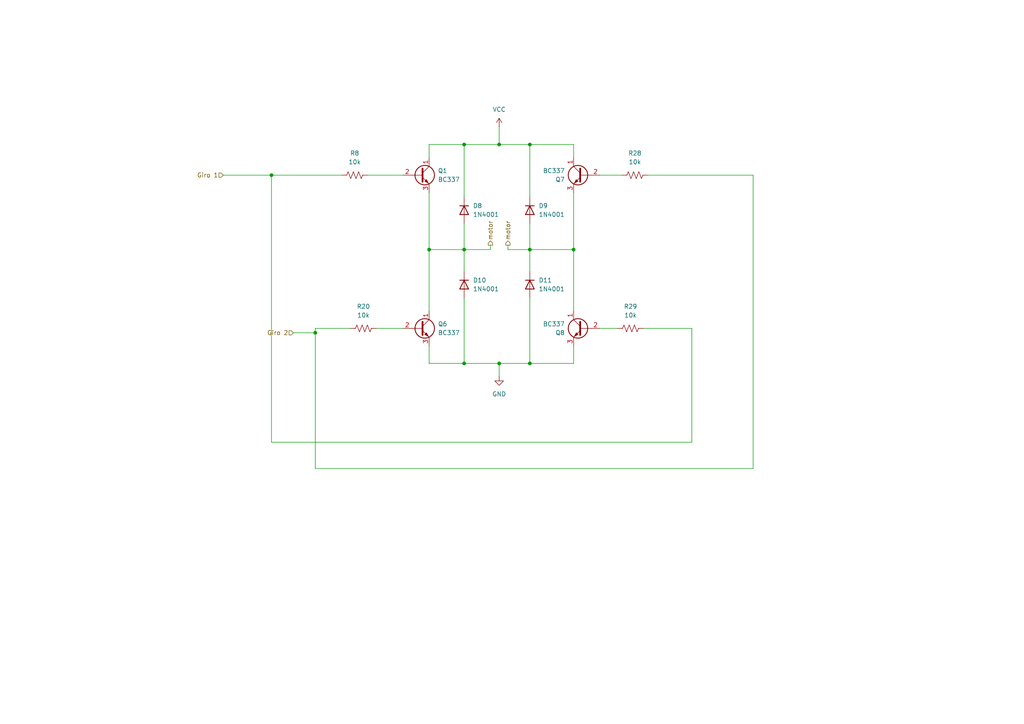
<source format=kicad_sch>
(kicad_sch
	(version 20250114)
	(generator "eeschema")
	(generator_version "9.0")
	(uuid "7c375469-1198-40e1-a3f7-fc5d13088afe")
	(paper "A4")
	(lib_symbols
		(symbol "Device:R_US"
			(pin_numbers
				(hide yes)
			)
			(pin_names
				(offset 0)
			)
			(exclude_from_sim no)
			(in_bom yes)
			(on_board yes)
			(property "Reference" "R"
				(at 2.54 0 90)
				(effects
					(font
						(size 1.27 1.27)
					)
				)
			)
			(property "Value" "R_US"
				(at -2.54 0 90)
				(effects
					(font
						(size 1.27 1.27)
					)
				)
			)
			(property "Footprint" ""
				(at 1.016 -0.254 90)
				(effects
					(font
						(size 1.27 1.27)
					)
					(hide yes)
				)
			)
			(property "Datasheet" "~"
				(at 0 0 0)
				(effects
					(font
						(size 1.27 1.27)
					)
					(hide yes)
				)
			)
			(property "Description" "Resistor, US symbol"
				(at 0 0 0)
				(effects
					(font
						(size 1.27 1.27)
					)
					(hide yes)
				)
			)
			(property "ki_keywords" "R res resistor"
				(at 0 0 0)
				(effects
					(font
						(size 1.27 1.27)
					)
					(hide yes)
				)
			)
			(property "ki_fp_filters" "R_*"
				(at 0 0 0)
				(effects
					(font
						(size 1.27 1.27)
					)
					(hide yes)
				)
			)
			(symbol "R_US_0_1"
				(polyline
					(pts
						(xy 0 2.286) (xy 0 2.54)
					)
					(stroke
						(width 0)
						(type default)
					)
					(fill
						(type none)
					)
				)
				(polyline
					(pts
						(xy 0 2.286) (xy 1.016 1.905) (xy 0 1.524) (xy -1.016 1.143) (xy 0 0.762)
					)
					(stroke
						(width 0)
						(type default)
					)
					(fill
						(type none)
					)
				)
				(polyline
					(pts
						(xy 0 0.762) (xy 1.016 0.381) (xy 0 0) (xy -1.016 -0.381) (xy 0 -0.762)
					)
					(stroke
						(width 0)
						(type default)
					)
					(fill
						(type none)
					)
				)
				(polyline
					(pts
						(xy 0 -0.762) (xy 1.016 -1.143) (xy 0 -1.524) (xy -1.016 -1.905) (xy 0 -2.286)
					)
					(stroke
						(width 0)
						(type default)
					)
					(fill
						(type none)
					)
				)
				(polyline
					(pts
						(xy 0 -2.286) (xy 0 -2.54)
					)
					(stroke
						(width 0)
						(type default)
					)
					(fill
						(type none)
					)
				)
			)
			(symbol "R_US_1_1"
				(pin passive line
					(at 0 3.81 270)
					(length 1.27)
					(name "~"
						(effects
							(font
								(size 1.27 1.27)
							)
						)
					)
					(number "1"
						(effects
							(font
								(size 1.27 1.27)
							)
						)
					)
				)
				(pin passive line
					(at 0 -3.81 90)
					(length 1.27)
					(name "~"
						(effects
							(font
								(size 1.27 1.27)
							)
						)
					)
					(number "2"
						(effects
							(font
								(size 1.27 1.27)
							)
						)
					)
				)
			)
			(embedded_fonts no)
		)
		(symbol "Diode:1N4001"
			(pin_numbers
				(hide yes)
			)
			(pin_names
				(hide yes)
			)
			(exclude_from_sim no)
			(in_bom yes)
			(on_board yes)
			(property "Reference" "D"
				(at 0 2.54 0)
				(effects
					(font
						(size 1.27 1.27)
					)
				)
			)
			(property "Value" "1N4001"
				(at 0 -2.54 0)
				(effects
					(font
						(size 1.27 1.27)
					)
				)
			)
			(property "Footprint" "Diode_THT:D_DO-41_SOD81_P10.16mm_Horizontal"
				(at 0 0 0)
				(effects
					(font
						(size 1.27 1.27)
					)
					(hide yes)
				)
			)
			(property "Datasheet" "http://www.vishay.com/docs/88503/1n4001.pdf"
				(at 0 0 0)
				(effects
					(font
						(size 1.27 1.27)
					)
					(hide yes)
				)
			)
			(property "Description" "50V 1A General Purpose Rectifier Diode, DO-41"
				(at 0 0 0)
				(effects
					(font
						(size 1.27 1.27)
					)
					(hide yes)
				)
			)
			(property "Sim.Device" "D"
				(at 0 0 0)
				(effects
					(font
						(size 1.27 1.27)
					)
					(hide yes)
				)
			)
			(property "Sim.Pins" "1=K 2=A"
				(at 0 0 0)
				(effects
					(font
						(size 1.27 1.27)
					)
					(hide yes)
				)
			)
			(property "ki_keywords" "diode"
				(at 0 0 0)
				(effects
					(font
						(size 1.27 1.27)
					)
					(hide yes)
				)
			)
			(property "ki_fp_filters" "D*DO?41*"
				(at 0 0 0)
				(effects
					(font
						(size 1.27 1.27)
					)
					(hide yes)
				)
			)
			(symbol "1N4001_0_1"
				(polyline
					(pts
						(xy -1.27 1.27) (xy -1.27 -1.27)
					)
					(stroke
						(width 0.254)
						(type default)
					)
					(fill
						(type none)
					)
				)
				(polyline
					(pts
						(xy 1.27 1.27) (xy 1.27 -1.27) (xy -1.27 0) (xy 1.27 1.27)
					)
					(stroke
						(width 0.254)
						(type default)
					)
					(fill
						(type none)
					)
				)
				(polyline
					(pts
						(xy 1.27 0) (xy -1.27 0)
					)
					(stroke
						(width 0)
						(type default)
					)
					(fill
						(type none)
					)
				)
			)
			(symbol "1N4001_1_1"
				(pin passive line
					(at -3.81 0 0)
					(length 2.54)
					(name "K"
						(effects
							(font
								(size 1.27 1.27)
							)
						)
					)
					(number "1"
						(effects
							(font
								(size 1.27 1.27)
							)
						)
					)
				)
				(pin passive line
					(at 3.81 0 180)
					(length 2.54)
					(name "A"
						(effects
							(font
								(size 1.27 1.27)
							)
						)
					)
					(number "2"
						(effects
							(font
								(size 1.27 1.27)
							)
						)
					)
				)
			)
			(embedded_fonts no)
		)
		(symbol "Transistor_BJT:BC337"
			(pin_names
				(offset 0)
				(hide yes)
			)
			(exclude_from_sim no)
			(in_bom yes)
			(on_board yes)
			(property "Reference" "Q"
				(at 5.08 1.905 0)
				(effects
					(font
						(size 1.27 1.27)
					)
					(justify left)
				)
			)
			(property "Value" "BC337"
				(at 5.08 0 0)
				(effects
					(font
						(size 1.27 1.27)
					)
					(justify left)
				)
			)
			(property "Footprint" "Package_TO_SOT_THT:TO-92_Inline"
				(at 5.08 -1.905 0)
				(effects
					(font
						(size 1.27 1.27)
						(italic yes)
					)
					(justify left)
					(hide yes)
				)
			)
			(property "Datasheet" "https://diotec.com/tl_files/diotec/files/pdf/datasheets/bc337.pdf"
				(at 0 0 0)
				(effects
					(font
						(size 1.27 1.27)
					)
					(justify left)
					(hide yes)
				)
			)
			(property "Description" "0.8A Ic, 45V Vce, NPN Transistor, TO-92"
				(at 0 0 0)
				(effects
					(font
						(size 1.27 1.27)
					)
					(hide yes)
				)
			)
			(property "ki_keywords" "NPN Transistor"
				(at 0 0 0)
				(effects
					(font
						(size 1.27 1.27)
					)
					(hide yes)
				)
			)
			(property "ki_fp_filters" "TO?92*"
				(at 0 0 0)
				(effects
					(font
						(size 1.27 1.27)
					)
					(hide yes)
				)
			)
			(symbol "BC337_0_1"
				(polyline
					(pts
						(xy -2.54 0) (xy 0.635 0)
					)
					(stroke
						(width 0)
						(type default)
					)
					(fill
						(type none)
					)
				)
				(polyline
					(pts
						(xy 0.635 1.905) (xy 0.635 -1.905)
					)
					(stroke
						(width 0.508)
						(type default)
					)
					(fill
						(type none)
					)
				)
				(circle
					(center 1.27 0)
					(radius 2.8194)
					(stroke
						(width 0.254)
						(type default)
					)
					(fill
						(type none)
					)
				)
			)
			(symbol "BC337_1_1"
				(polyline
					(pts
						(xy 0.635 0.635) (xy 2.54 2.54)
					)
					(stroke
						(width 0)
						(type default)
					)
					(fill
						(type none)
					)
				)
				(polyline
					(pts
						(xy 0.635 -0.635) (xy 2.54 -2.54)
					)
					(stroke
						(width 0)
						(type default)
					)
					(fill
						(type none)
					)
				)
				(polyline
					(pts
						(xy 1.27 -1.778) (xy 1.778 -1.27) (xy 2.286 -2.286) (xy 1.27 -1.778)
					)
					(stroke
						(width 0)
						(type default)
					)
					(fill
						(type outline)
					)
				)
				(pin input line
					(at -5.08 0 0)
					(length 2.54)
					(name "B"
						(effects
							(font
								(size 1.27 1.27)
							)
						)
					)
					(number "2"
						(effects
							(font
								(size 1.27 1.27)
							)
						)
					)
				)
				(pin passive line
					(at 2.54 5.08 270)
					(length 2.54)
					(name "C"
						(effects
							(font
								(size 1.27 1.27)
							)
						)
					)
					(number "1"
						(effects
							(font
								(size 1.27 1.27)
							)
						)
					)
				)
				(pin passive line
					(at 2.54 -5.08 90)
					(length 2.54)
					(name "E"
						(effects
							(font
								(size 1.27 1.27)
							)
						)
					)
					(number "3"
						(effects
							(font
								(size 1.27 1.27)
							)
						)
					)
				)
			)
			(embedded_fonts no)
		)
		(symbol "power:GND"
			(power)
			(pin_numbers
				(hide yes)
			)
			(pin_names
				(offset 0)
				(hide yes)
			)
			(exclude_from_sim no)
			(in_bom yes)
			(on_board yes)
			(property "Reference" "#PWR"
				(at 0 -6.35 0)
				(effects
					(font
						(size 1.27 1.27)
					)
					(hide yes)
				)
			)
			(property "Value" "GND"
				(at 0 -3.81 0)
				(effects
					(font
						(size 1.27 1.27)
					)
				)
			)
			(property "Footprint" ""
				(at 0 0 0)
				(effects
					(font
						(size 1.27 1.27)
					)
					(hide yes)
				)
			)
			(property "Datasheet" ""
				(at 0 0 0)
				(effects
					(font
						(size 1.27 1.27)
					)
					(hide yes)
				)
			)
			(property "Description" "Power symbol creates a global label with name \"GND\" , ground"
				(at 0 0 0)
				(effects
					(font
						(size 1.27 1.27)
					)
					(hide yes)
				)
			)
			(property "ki_keywords" "global power"
				(at 0 0 0)
				(effects
					(font
						(size 1.27 1.27)
					)
					(hide yes)
				)
			)
			(symbol "GND_0_1"
				(polyline
					(pts
						(xy 0 0) (xy 0 -1.27) (xy 1.27 -1.27) (xy 0 -2.54) (xy -1.27 -1.27) (xy 0 -1.27)
					)
					(stroke
						(width 0)
						(type default)
					)
					(fill
						(type none)
					)
				)
			)
			(symbol "GND_1_1"
				(pin power_in line
					(at 0 0 270)
					(length 0)
					(name "~"
						(effects
							(font
								(size 1.27 1.27)
							)
						)
					)
					(number "1"
						(effects
							(font
								(size 1.27 1.27)
							)
						)
					)
				)
			)
			(embedded_fonts no)
		)
		(symbol "power:VCC"
			(power)
			(pin_numbers
				(hide yes)
			)
			(pin_names
				(offset 0)
				(hide yes)
			)
			(exclude_from_sim no)
			(in_bom yes)
			(on_board yes)
			(property "Reference" "#PWR"
				(at 0 -3.81 0)
				(effects
					(font
						(size 1.27 1.27)
					)
					(hide yes)
				)
			)
			(property "Value" "VCC"
				(at 0 3.556 0)
				(effects
					(font
						(size 1.27 1.27)
					)
				)
			)
			(property "Footprint" ""
				(at 0 0 0)
				(effects
					(font
						(size 1.27 1.27)
					)
					(hide yes)
				)
			)
			(property "Datasheet" ""
				(at 0 0 0)
				(effects
					(font
						(size 1.27 1.27)
					)
					(hide yes)
				)
			)
			(property "Description" "Power symbol creates a global label with name \"VCC\""
				(at 0 0 0)
				(effects
					(font
						(size 1.27 1.27)
					)
					(hide yes)
				)
			)
			(property "ki_keywords" "global power"
				(at 0 0 0)
				(effects
					(font
						(size 1.27 1.27)
					)
					(hide yes)
				)
			)
			(symbol "VCC_0_1"
				(polyline
					(pts
						(xy -0.762 1.27) (xy 0 2.54)
					)
					(stroke
						(width 0)
						(type default)
					)
					(fill
						(type none)
					)
				)
				(polyline
					(pts
						(xy 0 2.54) (xy 0.762 1.27)
					)
					(stroke
						(width 0)
						(type default)
					)
					(fill
						(type none)
					)
				)
				(polyline
					(pts
						(xy 0 0) (xy 0 2.54)
					)
					(stroke
						(width 0)
						(type default)
					)
					(fill
						(type none)
					)
				)
			)
			(symbol "VCC_1_1"
				(pin power_in line
					(at 0 0 90)
					(length 0)
					(name "~"
						(effects
							(font
								(size 1.27 1.27)
							)
						)
					)
					(number "1"
						(effects
							(font
								(size 1.27 1.27)
							)
						)
					)
				)
			)
			(embedded_fonts no)
		)
	)
	(junction
		(at 124.46 72.39)
		(diameter 0)
		(color 0 0 0 0)
		(uuid "051214f0-2d85-4b7d-a535-44fd16f773b2")
	)
	(junction
		(at 153.67 41.91)
		(diameter 0)
		(color 0 0 0 0)
		(uuid "2eda50c6-eab0-4fc7-bd39-0357a196ea36")
	)
	(junction
		(at 153.67 72.39)
		(diameter 0)
		(color 0 0 0 0)
		(uuid "3ff07725-9cef-45c5-9894-390c054990bf")
	)
	(junction
		(at 134.62 41.91)
		(diameter 0)
		(color 0 0 0 0)
		(uuid "491408f1-f38a-4971-9e7d-74a2e407b13e")
	)
	(junction
		(at 153.67 105.41)
		(diameter 0)
		(color 0 0 0 0)
		(uuid "8c8b9230-90bc-4464-974f-8d50e1b16fd6")
	)
	(junction
		(at 134.62 105.41)
		(diameter 0)
		(color 0 0 0 0)
		(uuid "93ee0f4e-5a19-40df-9b29-49108d6bfd6d")
	)
	(junction
		(at 91.44 96.52)
		(diameter 0)
		(color 0 0 0 0)
		(uuid "96a4327a-4574-410e-9abb-ab158348d813")
	)
	(junction
		(at 134.62 72.39)
		(diameter 0)
		(color 0 0 0 0)
		(uuid "9dfe4967-41cd-4450-8a78-7e0c124b62bf")
	)
	(junction
		(at 144.78 41.91)
		(diameter 0)
		(color 0 0 0 0)
		(uuid "ad0f73cd-7b46-436d-9065-5226aa04c908")
	)
	(junction
		(at 166.37 72.39)
		(diameter 0)
		(color 0 0 0 0)
		(uuid "c33c7bcf-578f-4a2f-9e00-d2e31641f055")
	)
	(junction
		(at 78.74 50.8)
		(diameter 0)
		(color 0 0 0 0)
		(uuid "c6b70cda-df02-4971-9087-7d4ff958bde1")
	)
	(junction
		(at 144.78 105.41)
		(diameter 0)
		(color 0 0 0 0)
		(uuid "daad1976-b03e-41a9-b003-e4be5d5017af")
	)
	(wire
		(pts
			(xy 99.06 50.8) (xy 78.74 50.8)
		)
		(stroke
			(width 0)
			(type default)
		)
		(uuid "0784484b-e2aa-47b4-8444-68ff408f0f86")
	)
	(wire
		(pts
			(xy 124.46 105.41) (xy 124.46 100.33)
		)
		(stroke
			(width 0)
			(type default)
		)
		(uuid "0dae9167-51eb-4c63-b99d-d0476dfb3ee2")
	)
	(wire
		(pts
			(xy 109.22 95.25) (xy 116.84 95.25)
		)
		(stroke
			(width 0)
			(type default)
		)
		(uuid "0e1344dd-d7fb-4ec0-9f5e-d111e8ea6b2b")
	)
	(wire
		(pts
			(xy 144.78 105.41) (xy 153.67 105.41)
		)
		(stroke
			(width 0)
			(type default)
		)
		(uuid "0f23c7ca-a1d2-4d52-b847-231ffa2f2455")
	)
	(wire
		(pts
			(xy 124.46 41.91) (xy 134.62 41.91)
		)
		(stroke
			(width 0)
			(type default)
		)
		(uuid "0f39a305-7b96-4d5d-9e1a-13c772cd44a1")
	)
	(wire
		(pts
			(xy 101.6 95.25) (xy 91.44 95.25)
		)
		(stroke
			(width 0)
			(type default)
		)
		(uuid "1b3d20ea-bfa3-4462-98bb-71297adde065")
	)
	(wire
		(pts
			(xy 144.78 105.41) (xy 144.78 109.22)
		)
		(stroke
			(width 0)
			(type default)
		)
		(uuid "1db07ea5-b3cd-4642-982e-66dbb5592d85")
	)
	(wire
		(pts
			(xy 124.46 45.72) (xy 124.46 41.91)
		)
		(stroke
			(width 0)
			(type default)
		)
		(uuid "1de4abbe-7422-421d-8814-03b44851388e")
	)
	(wire
		(pts
			(xy 134.62 41.91) (xy 144.78 41.91)
		)
		(stroke
			(width 0)
			(type default)
		)
		(uuid "27390c6a-bb20-474f-990a-3193102aac9e")
	)
	(wire
		(pts
			(xy 64.77 50.8) (xy 78.74 50.8)
		)
		(stroke
			(width 0)
			(type default)
		)
		(uuid "2ac31657-2d5b-4f48-95d5-b6ca092489d3")
	)
	(wire
		(pts
			(xy 147.32 71.12) (xy 147.32 72.39)
		)
		(stroke
			(width 0)
			(type default)
		)
		(uuid "35979037-af52-4481-82af-116162467d94")
	)
	(wire
		(pts
			(xy 153.67 105.41) (xy 166.37 105.41)
		)
		(stroke
			(width 0)
			(type default)
		)
		(uuid "3fd722cb-2a1d-4446-9530-a0abb4c4137a")
	)
	(wire
		(pts
			(xy 153.67 41.91) (xy 166.37 41.91)
		)
		(stroke
			(width 0)
			(type default)
		)
		(uuid "44354d95-f169-4e4a-86da-49777ea728f4")
	)
	(wire
		(pts
			(xy 85.09 96.52) (xy 91.44 96.52)
		)
		(stroke
			(width 0)
			(type default)
		)
		(uuid "47699ff0-242d-4d16-b119-90ad201d8dc7")
	)
	(wire
		(pts
			(xy 134.62 72.39) (xy 142.24 72.39)
		)
		(stroke
			(width 0)
			(type default)
		)
		(uuid "4b3ffc4c-34e9-40bb-b4c8-0e5dc49e6cff")
	)
	(wire
		(pts
			(xy 91.44 95.25) (xy 91.44 96.52)
		)
		(stroke
			(width 0)
			(type default)
		)
		(uuid "5047a9b8-c23d-483b-95f2-85f092741f6a")
	)
	(wire
		(pts
			(xy 166.37 105.41) (xy 166.37 100.33)
		)
		(stroke
			(width 0)
			(type default)
		)
		(uuid "58f33340-723a-4745-8a0e-8d2d5fac7bd4")
	)
	(wire
		(pts
			(xy 134.62 72.39) (xy 124.46 72.39)
		)
		(stroke
			(width 0)
			(type default)
		)
		(uuid "5aa16512-86f3-41cb-a58d-94c6fa7e3e11")
	)
	(wire
		(pts
			(xy 106.68 50.8) (xy 116.84 50.8)
		)
		(stroke
			(width 0)
			(type default)
		)
		(uuid "6621c00d-8b99-4460-b568-c0869aef87c2")
	)
	(wire
		(pts
			(xy 153.67 72.39) (xy 166.37 72.39)
		)
		(stroke
			(width 0)
			(type default)
		)
		(uuid "6c3efbfa-67a9-42c4-87cf-773f744ecdce")
	)
	(wire
		(pts
			(xy 124.46 72.39) (xy 124.46 90.17)
		)
		(stroke
			(width 0)
			(type default)
		)
		(uuid "6c940865-8906-42e5-a291-90ecbf80014e")
	)
	(wire
		(pts
			(xy 134.62 86.36) (xy 134.62 105.41)
		)
		(stroke
			(width 0)
			(type default)
		)
		(uuid "6e30e4cf-6055-4902-adc9-d05ab298b23d")
	)
	(wire
		(pts
			(xy 134.62 72.39) (xy 134.62 78.74)
		)
		(stroke
			(width 0)
			(type default)
		)
		(uuid "707450d7-ef23-4a79-bb9c-7dd37426db55")
	)
	(wire
		(pts
			(xy 142.24 71.12) (xy 142.24 72.39)
		)
		(stroke
			(width 0)
			(type default)
		)
		(uuid "74578de5-16f5-4fa4-9468-503e39f8d401")
	)
	(wire
		(pts
			(xy 134.62 105.41) (xy 144.78 105.41)
		)
		(stroke
			(width 0)
			(type default)
		)
		(uuid "74add486-1e47-4157-a38d-177320a19cb4")
	)
	(wire
		(pts
			(xy 124.46 55.88) (xy 124.46 72.39)
		)
		(stroke
			(width 0)
			(type default)
		)
		(uuid "7609ecb4-a547-4c31-b8da-d4ff48beb752")
	)
	(wire
		(pts
			(xy 144.78 41.91) (xy 153.67 41.91)
		)
		(stroke
			(width 0)
			(type default)
		)
		(uuid "77bc80f6-ee4d-4b10-9205-c449a8dd55f4")
	)
	(wire
		(pts
			(xy 153.67 86.36) (xy 153.67 105.41)
		)
		(stroke
			(width 0)
			(type default)
		)
		(uuid "79b6287f-b9d1-4380-a3d2-9990b3956e72")
	)
	(wire
		(pts
			(xy 153.67 64.77) (xy 153.67 72.39)
		)
		(stroke
			(width 0)
			(type default)
		)
		(uuid "7a2a1d58-fa69-4ab0-a0ee-1df722234e66")
	)
	(wire
		(pts
			(xy 134.62 41.91) (xy 134.62 57.15)
		)
		(stroke
			(width 0)
			(type default)
		)
		(uuid "7aa79f34-289f-49ac-a714-d056eda1c916")
	)
	(wire
		(pts
			(xy 147.32 72.39) (xy 153.67 72.39)
		)
		(stroke
			(width 0)
			(type default)
		)
		(uuid "7beb93bc-e23c-4ae0-bc7c-219886bdcc4d")
	)
	(wire
		(pts
			(xy 153.67 57.15) (xy 153.67 41.91)
		)
		(stroke
			(width 0)
			(type default)
		)
		(uuid "87492572-6ce4-41d1-9b8e-53fc7cd9f6dd")
	)
	(wire
		(pts
			(xy 134.62 105.41) (xy 124.46 105.41)
		)
		(stroke
			(width 0)
			(type default)
		)
		(uuid "923a68e4-fe6e-48ac-8190-aee9508934cb")
	)
	(wire
		(pts
			(xy 166.37 55.88) (xy 166.37 72.39)
		)
		(stroke
			(width 0)
			(type default)
		)
		(uuid "9278717d-e742-4017-8fd9-0061b6eae18f")
	)
	(wire
		(pts
			(xy 187.96 50.8) (xy 218.44 50.8)
		)
		(stroke
			(width 0)
			(type default)
		)
		(uuid "96045bf2-b6da-452f-b344-a75e4ad47b25")
	)
	(wire
		(pts
			(xy 200.66 128.27) (xy 200.66 95.25)
		)
		(stroke
			(width 0)
			(type default)
		)
		(uuid "9b5db3d7-8bfa-4d9c-8fa2-d76ebdf1c5d4")
	)
	(wire
		(pts
			(xy 78.74 50.8) (xy 78.74 128.27)
		)
		(stroke
			(width 0)
			(type default)
		)
		(uuid "a102dc82-d4cb-45f6-bca5-bb83a744921f")
	)
	(wire
		(pts
			(xy 91.44 96.52) (xy 91.44 135.89)
		)
		(stroke
			(width 0)
			(type default)
		)
		(uuid "a73c2edc-74e6-4baf-ab13-c81cb2849a5f")
	)
	(wire
		(pts
			(xy 173.99 50.8) (xy 180.34 50.8)
		)
		(stroke
			(width 0)
			(type default)
		)
		(uuid "aa28ce8f-295b-4ed7-b6c5-c021c0a42592")
	)
	(wire
		(pts
			(xy 153.67 72.39) (xy 153.67 78.74)
		)
		(stroke
			(width 0)
			(type default)
		)
		(uuid "b1ca6306-ab0b-4ee8-b104-a33b2f923537")
	)
	(wire
		(pts
			(xy 91.44 135.89) (xy 218.44 135.89)
		)
		(stroke
			(width 0)
			(type default)
		)
		(uuid "bd2b8b3d-ba19-41b9-aa36-789ba10efed8")
	)
	(wire
		(pts
			(xy 200.66 95.25) (xy 186.69 95.25)
		)
		(stroke
			(width 0)
			(type default)
		)
		(uuid "c244b6f1-aae4-49f6-a003-27908d992092")
	)
	(wire
		(pts
			(xy 134.62 64.77) (xy 134.62 72.39)
		)
		(stroke
			(width 0)
			(type default)
		)
		(uuid "c6da2107-2082-4621-bb28-e146325d39c7")
	)
	(wire
		(pts
			(xy 144.78 36.83) (xy 144.78 41.91)
		)
		(stroke
			(width 0)
			(type default)
		)
		(uuid "c94ff243-8c5e-49ec-9abb-5cd546e569f7")
	)
	(wire
		(pts
			(xy 166.37 72.39) (xy 166.37 90.17)
		)
		(stroke
			(width 0)
			(type default)
		)
		(uuid "ce7b715d-a408-4ba1-9a5e-d06a866f5f21")
	)
	(wire
		(pts
			(xy 173.99 95.25) (xy 179.07 95.25)
		)
		(stroke
			(width 0)
			(type default)
		)
		(uuid "d3ce5c24-2ba4-4ffe-acc2-82139b940881")
	)
	(wire
		(pts
			(xy 218.44 135.89) (xy 218.44 50.8)
		)
		(stroke
			(width 0)
			(type default)
		)
		(uuid "ddc20990-d1d9-4e25-b651-8b9315b747d3")
	)
	(wire
		(pts
			(xy 166.37 41.91) (xy 166.37 45.72)
		)
		(stroke
			(width 0)
			(type default)
		)
		(uuid "e6345f6d-2a96-4db2-ab0b-34b711f55fa3")
	)
	(wire
		(pts
			(xy 78.74 128.27) (xy 200.66 128.27)
		)
		(stroke
			(width 0)
			(type default)
		)
		(uuid "eb52c1cd-b6b1-4ea9-ac33-d4c59bc925c6")
	)
	(hierarchical_label "motor"
		(shape output)
		(at 142.24 71.12 90)
		(effects
			(font
				(size 1.27 1.27)
			)
			(justify left)
		)
		(uuid "2fe0fb6f-d6f3-4938-bbad-97bb5d6f84df")
	)
	(hierarchical_label "Giro 1"
		(shape input)
		(at 64.77 50.8 180)
		(effects
			(font
				(size 1.27 1.27)
			)
			(justify right)
		)
		(uuid "4500e9d9-1cba-4792-9b2a-cfc842fafbff")
	)
	(hierarchical_label "Giro 2"
		(shape input)
		(at 85.09 96.52 180)
		(effects
			(font
				(size 1.27 1.27)
			)
			(justify right)
		)
		(uuid "54b2365c-02aa-48b4-8684-253722373ee9")
	)
	(hierarchical_label "motor"
		(shape output)
		(at 147.32 71.12 90)
		(effects
			(font
				(size 1.27 1.27)
			)
			(justify left)
		)
		(uuid "6299cee1-e7d2-459a-aa44-50bb891d0b05")
	)
	(symbol
		(lib_id "Transistor_BJT:BC337")
		(at 168.91 50.8 0)
		(mirror y)
		(unit 1)
		(exclude_from_sim no)
		(in_bom yes)
		(on_board yes)
		(dnp no)
		(uuid "203c0705-6579-4574-901a-8b9217f4085d")
		(property "Reference" "Q7"
			(at 163.83 52.0701 0)
			(effects
				(font
					(size 1.27 1.27)
				)
				(justify left)
			)
		)
		(property "Value" "BC337"
			(at 163.83 49.5301 0)
			(effects
				(font
					(size 1.27 1.27)
				)
				(justify left)
			)
		)
		(property "Footprint" "Package_TO_SOT_THT:TO-92_Inline"
			(at 163.83 52.705 0)
			(effects
				(font
					(size 1.27 1.27)
					(italic yes)
				)
				(justify left)
				(hide yes)
			)
		)
		(property "Datasheet" "https://diotec.com/tl_files/diotec/files/pdf/datasheets/bc337.pdf"
			(at 168.91 50.8 0)
			(effects
				(font
					(size 1.27 1.27)
				)
				(justify left)
				(hide yes)
			)
		)
		(property "Description" "0.8A Ic, 45V Vce, NPN Transistor, TO-92"
			(at 168.91 50.8 0)
			(effects
				(font
					(size 1.27 1.27)
				)
				(hide yes)
			)
		)
		(pin "2"
			(uuid "b8896648-17bc-46de-a397-60ed94790fb3")
		)
		(pin "1"
			(uuid "02021890-de5c-48da-846d-25fba1e2671d")
		)
		(pin "3"
			(uuid "b3004238-d858-4a34-b94d-1a672677e1cd")
		)
		(instances
			(project ""
				(path "/3dc9151e-2269-486b-a333-294da30e5c12/89682661-a5af-4e01-91f4-ddf79f61a74f/34b9efe2-5197-45fb-b29e-a1fd544c7eca"
					(reference "Q7")
					(unit 1)
				)
			)
		)
	)
	(symbol
		(lib_id "Device:R_US")
		(at 182.88 95.25 270)
		(unit 1)
		(exclude_from_sim no)
		(in_bom yes)
		(on_board yes)
		(dnp no)
		(fields_autoplaced yes)
		(uuid "41d2d5d7-0ec4-49d5-afa6-9f632595cb42")
		(property "Reference" "R29"
			(at 182.88 88.9 90)
			(effects
				(font
					(size 1.27 1.27)
				)
			)
		)
		(property "Value" "10k"
			(at 182.88 91.44 90)
			(effects
				(font
					(size 1.27 1.27)
				)
			)
		)
		(property "Footprint" "Resistor_SMD:R_0201_0603Metric"
			(at 182.626 96.266 90)
			(effects
				(font
					(size 1.27 1.27)
				)
				(hide yes)
			)
		)
		(property "Datasheet" "~"
			(at 182.88 95.25 0)
			(effects
				(font
					(size 1.27 1.27)
				)
				(hide yes)
			)
		)
		(property "Description" "Resistor, US symbol"
			(at 182.88 95.25 0)
			(effects
				(font
					(size 1.27 1.27)
				)
				(hide yes)
			)
		)
		(pin "1"
			(uuid "f6075ac2-cb6d-4f5c-bf74-56bd56f80df2")
		)
		(pin "2"
			(uuid "e2dadc81-8383-45cc-a197-75cb1c3966d9")
		)
		(instances
			(project "micro autodoor"
				(path "/3dc9151e-2269-486b-a333-294da30e5c12/89682661-a5af-4e01-91f4-ddf79f61a74f/34b9efe2-5197-45fb-b29e-a1fd544c7eca"
					(reference "R29")
					(unit 1)
				)
			)
		)
	)
	(symbol
		(lib_id "Diode:1N4001")
		(at 153.67 82.55 270)
		(unit 1)
		(exclude_from_sim no)
		(in_bom yes)
		(on_board yes)
		(dnp no)
		(fields_autoplaced yes)
		(uuid "43dc567b-49ec-41b2-9dd8-19e8347f402a")
		(property "Reference" "D11"
			(at 156.21 81.2799 90)
			(effects
				(font
					(size 1.27 1.27)
				)
				(justify left)
			)
		)
		(property "Value" "1N4001"
			(at 156.21 83.8199 90)
			(effects
				(font
					(size 1.27 1.27)
				)
				(justify left)
			)
		)
		(property "Footprint" "Diode_THT:D_DO-41_SOD81_P10.16mm_Horizontal"
			(at 153.67 82.55 0)
			(effects
				(font
					(size 1.27 1.27)
				)
				(hide yes)
			)
		)
		(property "Datasheet" "http://www.vishay.com/docs/88503/1n4001.pdf"
			(at 153.67 82.55 0)
			(effects
				(font
					(size 1.27 1.27)
				)
				(hide yes)
			)
		)
		(property "Description" "50V 1A General Purpose Rectifier Diode, DO-41"
			(at 153.67 82.55 0)
			(effects
				(font
					(size 1.27 1.27)
				)
				(hide yes)
			)
		)
		(property "Sim.Device" "D"
			(at 153.67 82.55 0)
			(effects
				(font
					(size 1.27 1.27)
				)
				(hide yes)
			)
		)
		(property "Sim.Pins" "1=K 2=A"
			(at 153.67 82.55 0)
			(effects
				(font
					(size 1.27 1.27)
				)
				(hide yes)
			)
		)
		(pin "1"
			(uuid "85321818-5459-424d-b229-a9c15c9b9705")
		)
		(pin "2"
			(uuid "8bab4c6e-5b74-4083-b1ae-ea34a1456c1d")
		)
		(instances
			(project "micro autodoor"
				(path "/3dc9151e-2269-486b-a333-294da30e5c12/89682661-a5af-4e01-91f4-ddf79f61a74f/34b9efe2-5197-45fb-b29e-a1fd544c7eca"
					(reference "D11")
					(unit 1)
				)
			)
		)
	)
	(symbol
		(lib_id "Transistor_BJT:BC337")
		(at 121.92 50.8 0)
		(unit 1)
		(exclude_from_sim no)
		(in_bom yes)
		(on_board yes)
		(dnp no)
		(fields_autoplaced yes)
		(uuid "590e2104-2d82-4e5f-a834-63585a51d65c")
		(property "Reference" "Q1"
			(at 127 49.5299 0)
			(effects
				(font
					(size 1.27 1.27)
				)
				(justify left)
			)
		)
		(property "Value" "BC337"
			(at 127 52.0699 0)
			(effects
				(font
					(size 1.27 1.27)
				)
				(justify left)
			)
		)
		(property "Footprint" "Package_TO_SOT_THT:TO-92_Inline"
			(at 127 52.705 0)
			(effects
				(font
					(size 1.27 1.27)
					(italic yes)
				)
				(justify left)
				(hide yes)
			)
		)
		(property "Datasheet" "https://diotec.com/tl_files/diotec/files/pdf/datasheets/bc337.pdf"
			(at 121.92 50.8 0)
			(effects
				(font
					(size 1.27 1.27)
				)
				(justify left)
				(hide yes)
			)
		)
		(property "Description" "0.8A Ic, 45V Vce, NPN Transistor, TO-92"
			(at 121.92 50.8 0)
			(effects
				(font
					(size 1.27 1.27)
				)
				(hide yes)
			)
		)
		(pin "2"
			(uuid "9aff4775-9082-4f47-be15-e55f5ac2448e")
		)
		(pin "1"
			(uuid "2ddd0449-82c9-4912-b34b-907234fea675")
		)
		(pin "3"
			(uuid "442eabbf-e810-4650-9c53-9c57e646135b")
		)
		(instances
			(project "micro autodoor"
				(path "/3dc9151e-2269-486b-a333-294da30e5c12/89682661-a5af-4e01-91f4-ddf79f61a74f/34b9efe2-5197-45fb-b29e-a1fd544c7eca"
					(reference "Q1")
					(unit 1)
				)
			)
		)
	)
	(symbol
		(lib_id "Diode:1N4001")
		(at 134.62 82.55 270)
		(unit 1)
		(exclude_from_sim no)
		(in_bom yes)
		(on_board yes)
		(dnp no)
		(fields_autoplaced yes)
		(uuid "5e47ffa9-1c64-4383-aeea-d0eed719e9a1")
		(property "Reference" "D10"
			(at 137.16 81.2799 90)
			(effects
				(font
					(size 1.27 1.27)
				)
				(justify left)
			)
		)
		(property "Value" "1N4001"
			(at 137.16 83.8199 90)
			(effects
				(font
					(size 1.27 1.27)
				)
				(justify left)
			)
		)
		(property "Footprint" "Diode_THT:D_DO-41_SOD81_P10.16mm_Horizontal"
			(at 134.62 82.55 0)
			(effects
				(font
					(size 1.27 1.27)
				)
				(hide yes)
			)
		)
		(property "Datasheet" "http://www.vishay.com/docs/88503/1n4001.pdf"
			(at 134.62 82.55 0)
			(effects
				(font
					(size 1.27 1.27)
				)
				(hide yes)
			)
		)
		(property "Description" "50V 1A General Purpose Rectifier Diode, DO-41"
			(at 134.62 82.55 0)
			(effects
				(font
					(size 1.27 1.27)
				)
				(hide yes)
			)
		)
		(property "Sim.Device" "D"
			(at 134.62 82.55 0)
			(effects
				(font
					(size 1.27 1.27)
				)
				(hide yes)
			)
		)
		(property "Sim.Pins" "1=K 2=A"
			(at 134.62 82.55 0)
			(effects
				(font
					(size 1.27 1.27)
				)
				(hide yes)
			)
		)
		(pin "1"
			(uuid "c5a4c5ec-9e2b-421f-b2d9-30488afc1dcb")
		)
		(pin "2"
			(uuid "038e094a-a6f9-404f-b58b-de4145d9bfae")
		)
		(instances
			(project "micro autodoor"
				(path "/3dc9151e-2269-486b-a333-294da30e5c12/89682661-a5af-4e01-91f4-ddf79f61a74f/34b9efe2-5197-45fb-b29e-a1fd544c7eca"
					(reference "D10")
					(unit 1)
				)
			)
		)
	)
	(symbol
		(lib_id "Device:R_US")
		(at 184.15 50.8 270)
		(unit 1)
		(exclude_from_sim no)
		(in_bom yes)
		(on_board yes)
		(dnp no)
		(fields_autoplaced yes)
		(uuid "71e7db78-8436-45a3-b45e-7eabb753169c")
		(property "Reference" "R28"
			(at 184.15 44.45 90)
			(effects
				(font
					(size 1.27 1.27)
				)
			)
		)
		(property "Value" "10k"
			(at 184.15 46.99 90)
			(effects
				(font
					(size 1.27 1.27)
				)
			)
		)
		(property "Footprint" "Resistor_SMD:R_0201_0603Metric"
			(at 183.896 51.816 90)
			(effects
				(font
					(size 1.27 1.27)
				)
				(hide yes)
			)
		)
		(property "Datasheet" "~"
			(at 184.15 50.8 0)
			(effects
				(font
					(size 1.27 1.27)
				)
				(hide yes)
			)
		)
		(property "Description" "Resistor, US symbol"
			(at 184.15 50.8 0)
			(effects
				(font
					(size 1.27 1.27)
				)
				(hide yes)
			)
		)
		(pin "1"
			(uuid "f7a1414a-82d2-4a32-bfe9-6a7287165878")
		)
		(pin "2"
			(uuid "629d6e48-9816-4c4d-94ca-d923e83de2fa")
		)
		(instances
			(project "micro autodoor"
				(path "/3dc9151e-2269-486b-a333-294da30e5c12/89682661-a5af-4e01-91f4-ddf79f61a74f/34b9efe2-5197-45fb-b29e-a1fd544c7eca"
					(reference "R28")
					(unit 1)
				)
			)
		)
	)
	(symbol
		(lib_id "Diode:1N4001")
		(at 153.67 60.96 270)
		(unit 1)
		(exclude_from_sim no)
		(in_bom yes)
		(on_board yes)
		(dnp no)
		(fields_autoplaced yes)
		(uuid "751d6ad0-5026-465f-9e55-aad9b4227120")
		(property "Reference" "D9"
			(at 156.21 59.6899 90)
			(effects
				(font
					(size 1.27 1.27)
				)
				(justify left)
			)
		)
		(property "Value" "1N4001"
			(at 156.21 62.2299 90)
			(effects
				(font
					(size 1.27 1.27)
				)
				(justify left)
			)
		)
		(property "Footprint" "Diode_THT:D_DO-41_SOD81_P10.16mm_Horizontal"
			(at 153.67 60.96 0)
			(effects
				(font
					(size 1.27 1.27)
				)
				(hide yes)
			)
		)
		(property "Datasheet" "http://www.vishay.com/docs/88503/1n4001.pdf"
			(at 153.67 60.96 0)
			(effects
				(font
					(size 1.27 1.27)
				)
				(hide yes)
			)
		)
		(property "Description" "50V 1A General Purpose Rectifier Diode, DO-41"
			(at 153.67 60.96 0)
			(effects
				(font
					(size 1.27 1.27)
				)
				(hide yes)
			)
		)
		(property "Sim.Device" "D"
			(at 153.67 60.96 0)
			(effects
				(font
					(size 1.27 1.27)
				)
				(hide yes)
			)
		)
		(property "Sim.Pins" "1=K 2=A"
			(at 153.67 60.96 0)
			(effects
				(font
					(size 1.27 1.27)
				)
				(hide yes)
			)
		)
		(pin "1"
			(uuid "3695f995-732f-4f33-b878-4a87dd656c2f")
		)
		(pin "2"
			(uuid "26ca851b-5bef-4cee-8b97-b85bd679ff04")
		)
		(instances
			(project ""
				(path "/3dc9151e-2269-486b-a333-294da30e5c12/89682661-a5af-4e01-91f4-ddf79f61a74f/34b9efe2-5197-45fb-b29e-a1fd544c7eca"
					(reference "D9")
					(unit 1)
				)
			)
		)
	)
	(symbol
		(lib_id "Device:R_US")
		(at 102.87 50.8 270)
		(unit 1)
		(exclude_from_sim no)
		(in_bom yes)
		(on_board yes)
		(dnp no)
		(fields_autoplaced yes)
		(uuid "9461d026-0f59-488e-b9fb-e24c10a90072")
		(property "Reference" "R8"
			(at 102.87 44.45 90)
			(effects
				(font
					(size 1.27 1.27)
				)
			)
		)
		(property "Value" "10k"
			(at 102.87 46.99 90)
			(effects
				(font
					(size 1.27 1.27)
				)
			)
		)
		(property "Footprint" "Resistor_SMD:R_0201_0603Metric"
			(at 102.616 51.816 90)
			(effects
				(font
					(size 1.27 1.27)
				)
				(hide yes)
			)
		)
		(property "Datasheet" "~"
			(at 102.87 50.8 0)
			(effects
				(font
					(size 1.27 1.27)
				)
				(hide yes)
			)
		)
		(property "Description" "Resistor, US symbol"
			(at 102.87 50.8 0)
			(effects
				(font
					(size 1.27 1.27)
				)
				(hide yes)
			)
		)
		(pin "1"
			(uuid "de2ee65d-e52f-4afe-bf28-6c1ae47d8c90")
		)
		(pin "2"
			(uuid "08f86495-c700-4e01-a78d-45b19dbd7cf3")
		)
		(instances
			(project "micro autodoor"
				(path "/3dc9151e-2269-486b-a333-294da30e5c12/89682661-a5af-4e01-91f4-ddf79f61a74f/34b9efe2-5197-45fb-b29e-a1fd544c7eca"
					(reference "R8")
					(unit 1)
				)
			)
		)
	)
	(symbol
		(lib_id "Device:R_US")
		(at 105.41 95.25 270)
		(unit 1)
		(exclude_from_sim no)
		(in_bom yes)
		(on_board yes)
		(dnp no)
		(fields_autoplaced yes)
		(uuid "9e5420cf-e83d-4fa8-8bd0-89f56b97ebe5")
		(property "Reference" "R20"
			(at 105.41 88.9 90)
			(effects
				(font
					(size 1.27 1.27)
				)
			)
		)
		(property "Value" "10k"
			(at 105.41 91.44 90)
			(effects
				(font
					(size 1.27 1.27)
				)
			)
		)
		(property "Footprint" "Resistor_SMD:R_0201_0603Metric"
			(at 105.156 96.266 90)
			(effects
				(font
					(size 1.27 1.27)
				)
				(hide yes)
			)
		)
		(property "Datasheet" "~"
			(at 105.41 95.25 0)
			(effects
				(font
					(size 1.27 1.27)
				)
				(hide yes)
			)
		)
		(property "Description" "Resistor, US symbol"
			(at 105.41 95.25 0)
			(effects
				(font
					(size 1.27 1.27)
				)
				(hide yes)
			)
		)
		(pin "1"
			(uuid "f3d83257-1caf-476f-9d25-0b53cc334d78")
		)
		(pin "2"
			(uuid "21f316a7-98e6-426f-a129-ad8e900014aa")
		)
		(instances
			(project "micro autodoor"
				(path "/3dc9151e-2269-486b-a333-294da30e5c12/89682661-a5af-4e01-91f4-ddf79f61a74f/34b9efe2-5197-45fb-b29e-a1fd544c7eca"
					(reference "R20")
					(unit 1)
				)
			)
		)
	)
	(symbol
		(lib_id "Transistor_BJT:BC337")
		(at 121.92 95.25 0)
		(unit 1)
		(exclude_from_sim no)
		(in_bom yes)
		(on_board yes)
		(dnp no)
		(fields_autoplaced yes)
		(uuid "ce77ce95-3442-4bc0-94cd-4997bd904a32")
		(property "Reference" "Q6"
			(at 127 93.9799 0)
			(effects
				(font
					(size 1.27 1.27)
				)
				(justify left)
			)
		)
		(property "Value" "BC337"
			(at 127 96.5199 0)
			(effects
				(font
					(size 1.27 1.27)
				)
				(justify left)
			)
		)
		(property "Footprint" "Package_TO_SOT_THT:TO-92_Inline"
			(at 127 97.155 0)
			(effects
				(font
					(size 1.27 1.27)
					(italic yes)
				)
				(justify left)
				(hide yes)
			)
		)
		(property "Datasheet" "https://diotec.com/tl_files/diotec/files/pdf/datasheets/bc337.pdf"
			(at 121.92 95.25 0)
			(effects
				(font
					(size 1.27 1.27)
				)
				(justify left)
				(hide yes)
			)
		)
		(property "Description" "0.8A Ic, 45V Vce, NPN Transistor, TO-92"
			(at 121.92 95.25 0)
			(effects
				(font
					(size 1.27 1.27)
				)
				(hide yes)
			)
		)
		(pin "2"
			(uuid "b8896648-17bc-46de-a397-60ed94790fb4")
		)
		(pin "1"
			(uuid "02021890-de5c-48da-846d-25fba1e2671e")
		)
		(pin "3"
			(uuid "b3004238-d858-4a34-b94d-1a672677e1ce")
		)
		(instances
			(project ""
				(path "/3dc9151e-2269-486b-a333-294da30e5c12/89682661-a5af-4e01-91f4-ddf79f61a74f/34b9efe2-5197-45fb-b29e-a1fd544c7eca"
					(reference "Q6")
					(unit 1)
				)
			)
		)
	)
	(symbol
		(lib_id "Diode:1N4001")
		(at 134.62 60.96 270)
		(unit 1)
		(exclude_from_sim no)
		(in_bom yes)
		(on_board yes)
		(dnp no)
		(fields_autoplaced yes)
		(uuid "d632b7ab-f363-4f81-994c-3489601b09c7")
		(property "Reference" "D8"
			(at 137.16 59.6899 90)
			(effects
				(font
					(size 1.27 1.27)
				)
				(justify left)
			)
		)
		(property "Value" "1N4001"
			(at 137.16 62.2299 90)
			(effects
				(font
					(size 1.27 1.27)
				)
				(justify left)
			)
		)
		(property "Footprint" "Diode_THT:D_DO-41_SOD81_P10.16mm_Horizontal"
			(at 134.62 60.96 0)
			(effects
				(font
					(size 1.27 1.27)
				)
				(hide yes)
			)
		)
		(property "Datasheet" "http://www.vishay.com/docs/88503/1n4001.pdf"
			(at 134.62 60.96 0)
			(effects
				(font
					(size 1.27 1.27)
				)
				(hide yes)
			)
		)
		(property "Description" "50V 1A General Purpose Rectifier Diode, DO-41"
			(at 134.62 60.96 0)
			(effects
				(font
					(size 1.27 1.27)
				)
				(hide yes)
			)
		)
		(property "Sim.Device" "D"
			(at 134.62 60.96 0)
			(effects
				(font
					(size 1.27 1.27)
				)
				(hide yes)
			)
		)
		(property "Sim.Pins" "1=K 2=A"
			(at 134.62 60.96 0)
			(effects
				(font
					(size 1.27 1.27)
				)
				(hide yes)
			)
		)
		(pin "1"
			(uuid "3695f995-732f-4f33-b878-4a87dd656c30")
		)
		(pin "2"
			(uuid "26ca851b-5bef-4cee-8b97-b85bd679ff05")
		)
		(instances
			(project ""
				(path "/3dc9151e-2269-486b-a333-294da30e5c12/89682661-a5af-4e01-91f4-ddf79f61a74f/34b9efe2-5197-45fb-b29e-a1fd544c7eca"
					(reference "D8")
					(unit 1)
				)
			)
		)
	)
	(symbol
		(lib_id "Transistor_BJT:BC337")
		(at 168.91 95.25 0)
		(mirror y)
		(unit 1)
		(exclude_from_sim no)
		(in_bom yes)
		(on_board yes)
		(dnp no)
		(uuid "d84bf247-bbb7-4ed5-8ec1-aec4534ef14e")
		(property "Reference" "Q8"
			(at 163.83 96.5201 0)
			(effects
				(font
					(size 1.27 1.27)
				)
				(justify left)
			)
		)
		(property "Value" "BC337"
			(at 163.83 93.9801 0)
			(effects
				(font
					(size 1.27 1.27)
				)
				(justify left)
			)
		)
		(property "Footprint" "Package_TO_SOT_THT:TO-92_Inline"
			(at 163.83 97.155 0)
			(effects
				(font
					(size 1.27 1.27)
					(italic yes)
				)
				(justify left)
				(hide yes)
			)
		)
		(property "Datasheet" "https://diotec.com/tl_files/diotec/files/pdf/datasheets/bc337.pdf"
			(at 168.91 95.25 0)
			(effects
				(font
					(size 1.27 1.27)
				)
				(justify left)
				(hide yes)
			)
		)
		(property "Description" "0.8A Ic, 45V Vce, NPN Transistor, TO-92"
			(at 168.91 95.25 0)
			(effects
				(font
					(size 1.27 1.27)
				)
				(hide yes)
			)
		)
		(pin "2"
			(uuid "b8896648-17bc-46de-a397-60ed94790fb5")
		)
		(pin "1"
			(uuid "02021890-de5c-48da-846d-25fba1e2671f")
		)
		(pin "3"
			(uuid "b3004238-d858-4a34-b94d-1a672677e1cf")
		)
		(instances
			(project ""
				(path "/3dc9151e-2269-486b-a333-294da30e5c12/89682661-a5af-4e01-91f4-ddf79f61a74f/34b9efe2-5197-45fb-b29e-a1fd544c7eca"
					(reference "Q8")
					(unit 1)
				)
			)
		)
	)
	(symbol
		(lib_id "power:GND")
		(at 144.78 109.22 0)
		(unit 1)
		(exclude_from_sim no)
		(in_bom yes)
		(on_board yes)
		(dnp no)
		(fields_autoplaced yes)
		(uuid "dc50329b-8f5c-454d-b542-3916f4e9fdf1")
		(property "Reference" "#PWR026"
			(at 144.78 115.57 0)
			(effects
				(font
					(size 1.27 1.27)
				)
				(hide yes)
			)
		)
		(property "Value" "GND"
			(at 144.78 114.3 0)
			(effects
				(font
					(size 1.27 1.27)
				)
			)
		)
		(property "Footprint" ""
			(at 144.78 109.22 0)
			(effects
				(font
					(size 1.27 1.27)
				)
				(hide yes)
			)
		)
		(property "Datasheet" ""
			(at 144.78 109.22 0)
			(effects
				(font
					(size 1.27 1.27)
				)
				(hide yes)
			)
		)
		(property "Description" "Power symbol creates a global label with name \"GND\" , ground"
			(at 144.78 109.22 0)
			(effects
				(font
					(size 1.27 1.27)
				)
				(hide yes)
			)
		)
		(pin "1"
			(uuid "bcac8875-14e7-4783-a924-94e0dc749ba4")
		)
		(instances
			(project ""
				(path "/3dc9151e-2269-486b-a333-294da30e5c12/89682661-a5af-4e01-91f4-ddf79f61a74f/34b9efe2-5197-45fb-b29e-a1fd544c7eca"
					(reference "#PWR026")
					(unit 1)
				)
			)
		)
	)
	(symbol
		(lib_id "power:VCC")
		(at 144.78 36.83 0)
		(unit 1)
		(exclude_from_sim no)
		(in_bom yes)
		(on_board yes)
		(dnp no)
		(fields_autoplaced yes)
		(uuid "e0cac03f-fd03-4fa5-93fb-80584ecb4e47")
		(property "Reference" "#PWR018"
			(at 144.78 40.64 0)
			(effects
				(font
					(size 1.27 1.27)
				)
				(hide yes)
			)
		)
		(property "Value" "VCC"
			(at 144.78 31.75 0)
			(effects
				(font
					(size 1.27 1.27)
				)
			)
		)
		(property "Footprint" ""
			(at 144.78 36.83 0)
			(effects
				(font
					(size 1.27 1.27)
				)
				(hide yes)
			)
		)
		(property "Datasheet" ""
			(at 144.78 36.83 0)
			(effects
				(font
					(size 1.27 1.27)
				)
				(hide yes)
			)
		)
		(property "Description" "Power symbol creates a global label with name \"VCC\""
			(at 144.78 36.83 0)
			(effects
				(font
					(size 1.27 1.27)
				)
				(hide yes)
			)
		)
		(pin "1"
			(uuid "14e8c4f4-38fa-4ea0-833c-966720a25ea0")
		)
		(instances
			(project ""
				(path "/3dc9151e-2269-486b-a333-294da30e5c12/89682661-a5af-4e01-91f4-ddf79f61a74f/34b9efe2-5197-45fb-b29e-a1fd544c7eca"
					(reference "#PWR018")
					(unit 1)
				)
			)
		)
	)
)

</source>
